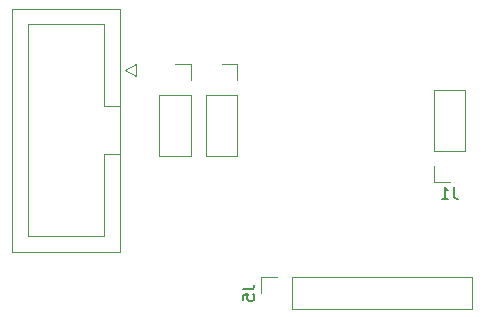
<source format=gbr>
%TF.GenerationSoftware,KiCad,Pcbnew,8.0.2*%
%TF.CreationDate,2025-07-19T08:03:09+07:00*%
%TF.ProjectId,PicoLink,5069636f-4c69-46e6-9b2e-6b696361645f,rev?*%
%TF.SameCoordinates,Original*%
%TF.FileFunction,Legend,Bot*%
%TF.FilePolarity,Positive*%
%FSLAX46Y46*%
G04 Gerber Fmt 4.6, Leading zero omitted, Abs format (unit mm)*
G04 Created by KiCad (PCBNEW 8.0.2) date 2025-07-19 08:03:09*
%MOMM*%
%LPD*%
G01*
G04 APERTURE LIST*
%ADD10C,0.150000*%
%ADD11C,0.120000*%
G04 APERTURE END LIST*
D10*
X145574819Y-107466666D02*
X146289104Y-107466666D01*
X146289104Y-107466666D02*
X146431961Y-107419047D01*
X146431961Y-107419047D02*
X146527200Y-107323809D01*
X146527200Y-107323809D02*
X146574819Y-107180952D01*
X146574819Y-107180952D02*
X146574819Y-107085714D01*
X145574819Y-108419047D02*
X145574819Y-107942857D01*
X145574819Y-107942857D02*
X146051009Y-107895238D01*
X146051009Y-107895238D02*
X146003390Y-107942857D01*
X146003390Y-107942857D02*
X145955771Y-108038095D01*
X145955771Y-108038095D02*
X145955771Y-108276190D01*
X145955771Y-108276190D02*
X146003390Y-108371428D01*
X146003390Y-108371428D02*
X146051009Y-108419047D01*
X146051009Y-108419047D02*
X146146247Y-108466666D01*
X146146247Y-108466666D02*
X146384342Y-108466666D01*
X146384342Y-108466666D02*
X146479580Y-108419047D01*
X146479580Y-108419047D02*
X146527200Y-108371428D01*
X146527200Y-108371428D02*
X146574819Y-108276190D01*
X146574819Y-108276190D02*
X146574819Y-108038095D01*
X146574819Y-108038095D02*
X146527200Y-107942857D01*
X146527200Y-107942857D02*
X146479580Y-107895238D01*
X163433332Y-98824822D02*
X163433332Y-99539107D01*
X163433332Y-99539107D02*
X163480951Y-99681964D01*
X163480951Y-99681964D02*
X163576189Y-99777203D01*
X163576189Y-99777203D02*
X163719046Y-99824822D01*
X163719046Y-99824822D02*
X163814284Y-99824822D01*
X162433332Y-99824822D02*
X163004760Y-99824822D01*
X162719046Y-99824822D02*
X162719046Y-98824822D01*
X162719046Y-98824822D02*
X162814284Y-98967679D01*
X162814284Y-98967679D02*
X162909522Y-99062917D01*
X162909522Y-99062917D02*
X163004760Y-99110536D01*
D11*
%TO.C,J5*%
X147119998Y-107799999D02*
X147120000Y-106470000D01*
X147120000Y-106470000D02*
X148450001Y-106469998D01*
X165020000Y-106470000D02*
X149720000Y-106470002D01*
X149719999Y-109130000D02*
X149720000Y-106470002D01*
X165020000Y-109130000D02*
X165020000Y-106470000D01*
X165020000Y-109130000D02*
X149719999Y-109130000D01*
%TO.C,J1*%
X164429999Y-90630003D02*
X164429999Y-95770003D01*
X164429999Y-90630003D02*
X161769999Y-90630003D01*
X164429999Y-95770003D02*
X161770000Y-95770005D01*
X161769999Y-90630003D02*
X161770000Y-95770005D01*
X161769999Y-98370003D02*
X161769997Y-97040002D01*
X163099998Y-98370005D02*
X161769999Y-98370003D01*
%TO.C,J4*%
X138520000Y-91045000D02*
X141180000Y-91045000D01*
X138520000Y-96185000D02*
X138520000Y-91045000D01*
X138520000Y-96185000D02*
X141180000Y-96185000D01*
X139850000Y-88445000D02*
X141180000Y-88445000D01*
X141180000Y-88445000D02*
X141180000Y-89775000D01*
X141180000Y-96185000D02*
X141180000Y-91045000D01*
%TO.C,J3*%
X126070000Y-83710000D02*
X135190000Y-83710000D01*
X126070000Y-104290000D02*
X126070000Y-83710000D01*
X127380000Y-85010000D02*
X133880000Y-85010000D01*
X127380000Y-102990000D02*
X127380000Y-85010000D01*
X133880000Y-85010000D02*
X133880000Y-91950000D01*
X133880000Y-91950000D02*
X135190000Y-91950000D01*
X133880000Y-96050000D02*
X133880000Y-96050000D01*
X133880000Y-96050000D02*
X133880000Y-102990000D01*
X133880000Y-102990000D02*
X127380000Y-102990000D01*
X135190000Y-83710000D02*
X135190000Y-104290000D01*
X135190000Y-96050000D02*
X133880000Y-96050000D01*
X135190000Y-104290000D02*
X126070000Y-104290000D01*
X135580000Y-88920000D02*
X136580000Y-89420000D01*
X136580000Y-88420000D02*
X135580000Y-88920000D01*
X136580000Y-89420000D02*
X136580000Y-88420000D01*
%TO.C,J7*%
X142470000Y-91030000D02*
X145130000Y-91030000D01*
X142470000Y-96170000D02*
X142470000Y-91030000D01*
X142470000Y-96170000D02*
X145130000Y-96170000D01*
X143800000Y-88430000D02*
X145130000Y-88430000D01*
X145130000Y-88430000D02*
X145130000Y-89760000D01*
X145130000Y-96170000D02*
X145130000Y-91030000D01*
%TD*%
M02*

</source>
